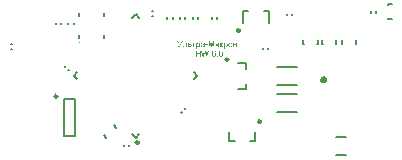
<source format=gto>
G04 Layer_Color=65535*
%FSLAX25Y25*%
%MOIN*%
G70*
G01*
G75*
%ADD13C,0.00984*%
%ADD65C,0.00394*%
%ADD66C,0.02362*%
%ADD67C,0.00787*%
G36*
X71960Y-14893D02*
X71979D01*
X72021Y-14897D01*
X72069Y-14902D01*
X72119Y-14910D01*
X72169Y-14921D01*
X72215Y-14936D01*
X72217D01*
X72219Y-14939D01*
X72226Y-14941D01*
X72234Y-14945D01*
X72254Y-14954D01*
X72280Y-14967D01*
X72309Y-14982D01*
X72337Y-15002D01*
X72363Y-15024D01*
X72387Y-15048D01*
X72389Y-15050D01*
X72396Y-15059D01*
X72407Y-15074D01*
X72418Y-15093D01*
X72431Y-15117D01*
X72444Y-15146D01*
X72457Y-15179D01*
X72465Y-15215D01*
Y-15218D01*
X72468Y-15229D01*
X72470Y-15244D01*
X72472Y-15268D01*
X72474Y-15298D01*
X72476Y-15338D01*
Y-15362D01*
X72479Y-15386D01*
Y-15412D01*
Y-15442D01*
Y-15771D01*
Y-15776D01*
Y-15787D01*
Y-15804D01*
Y-15826D01*
Y-15854D01*
Y-15885D01*
X72481Y-15920D01*
Y-15955D01*
X72483Y-16029D01*
Y-16066D01*
X72485Y-16101D01*
X72487Y-16133D01*
X72490Y-16162D01*
X72492Y-16188D01*
X72494Y-16207D01*
Y-16212D01*
X72496Y-16223D01*
X72500Y-16240D01*
X72507Y-16264D01*
X72516Y-16290D01*
X72527Y-16319D01*
X72540Y-16351D01*
X72555Y-16382D01*
X72298D01*
X72295Y-16377D01*
X72291Y-16369D01*
X72285Y-16351D01*
X72278Y-16330D01*
X72269Y-16303D01*
X72261Y-16273D01*
X72254Y-16238D01*
X72250Y-16199D01*
X72247Y-16201D01*
X72243Y-16203D01*
X72237Y-16210D01*
X72226Y-16218D01*
X72213Y-16227D01*
X72200Y-16240D01*
X72165Y-16264D01*
X72123Y-16293D01*
X72080Y-16321D01*
X72032Y-16345D01*
X71984Y-16367D01*
X71982D01*
X71977Y-16369D01*
X71971Y-16371D01*
X71962Y-16373D01*
X71951Y-16377D01*
X71936Y-16382D01*
X71903Y-16391D01*
X71862Y-16399D01*
X71816Y-16408D01*
X71766Y-16412D01*
X71711Y-16414D01*
X71687D01*
X71672Y-16412D01*
X71652Y-16410D01*
X71628Y-16408D01*
X71602Y-16406D01*
X71576Y-16399D01*
X71515Y-16386D01*
X71454Y-16367D01*
X71426Y-16353D01*
X71395Y-16336D01*
X71369Y-16319D01*
X71343Y-16299D01*
X71341Y-16297D01*
X71336Y-16293D01*
X71332Y-16286D01*
X71323Y-16277D01*
X71312Y-16266D01*
X71301Y-16251D01*
X71290Y-16236D01*
X71280Y-16216D01*
X71256Y-16175D01*
X71234Y-16122D01*
X71225Y-16094D01*
X71221Y-16064D01*
X71216Y-16031D01*
X71214Y-15998D01*
Y-15996D01*
Y-15994D01*
Y-15981D01*
X71216Y-15959D01*
X71221Y-15933D01*
X71225Y-15902D01*
X71234Y-15869D01*
X71247Y-15837D01*
X71262Y-15802D01*
X71264Y-15798D01*
X71271Y-15787D01*
X71282Y-15771D01*
X71297Y-15750D01*
X71315Y-15728D01*
X71336Y-15704D01*
X71360Y-15682D01*
X71389Y-15660D01*
X71393Y-15658D01*
X71404Y-15652D01*
X71419Y-15641D01*
X71441Y-15630D01*
X71467Y-15617D01*
X71498Y-15604D01*
X71532Y-15590D01*
X71567Y-15580D01*
X71572D01*
X71580Y-15575D01*
X71598Y-15573D01*
X71622Y-15566D01*
X71652Y-15562D01*
X71692Y-15556D01*
X71735Y-15549D01*
X71788Y-15542D01*
X71792D01*
X71801Y-15540D01*
X71816Y-15538D01*
X71836Y-15536D01*
X71862Y-15532D01*
X71890Y-15527D01*
X71921Y-15523D01*
X71955Y-15519D01*
X72027Y-15506D01*
X72099Y-15490D01*
X72134Y-15482D01*
X72169Y-15473D01*
X72200Y-15464D01*
X72228Y-15455D01*
Y-15453D01*
Y-15447D01*
Y-15438D01*
X72230Y-15429D01*
Y-15407D01*
Y-15399D01*
Y-15392D01*
Y-15390D01*
Y-15386D01*
Y-15377D01*
Y-15368D01*
X72226Y-15342D01*
X72221Y-15309D01*
X72213Y-15274D01*
X72200Y-15239D01*
X72182Y-15207D01*
X72158Y-15181D01*
X72154Y-15176D01*
X72149Y-15172D01*
X72141Y-15168D01*
X72130Y-15161D01*
X72119Y-15155D01*
X72088Y-15137D01*
X72049Y-15122D01*
X72001Y-15109D01*
X71944Y-15100D01*
X71879Y-15096D01*
X71851D01*
X71836Y-15098D01*
X71820D01*
X71781Y-15102D01*
X71740Y-15111D01*
X71698Y-15122D01*
X71657Y-15137D01*
X71622Y-15157D01*
X71618Y-15159D01*
X71609Y-15168D01*
X71593Y-15185D01*
X71576Y-15207D01*
X71557Y-15235D01*
X71535Y-15274D01*
X71517Y-15318D01*
X71509Y-15344D01*
X71500Y-15372D01*
X71258Y-15340D01*
Y-15338D01*
X71260Y-15333D01*
X71262Y-15325D01*
X71264Y-15314D01*
X71269Y-15301D01*
X71273Y-15285D01*
X71284Y-15250D01*
X71299Y-15211D01*
X71317Y-15170D01*
X71338Y-15128D01*
X71365Y-15091D01*
Y-15089D01*
X71369Y-15087D01*
X71380Y-15076D01*
X71397Y-15059D01*
X71421Y-15037D01*
X71452Y-15013D01*
X71489Y-14989D01*
X71532Y-14965D01*
X71583Y-14943D01*
X71585D01*
X71589Y-14941D01*
X71598Y-14939D01*
X71609Y-14934D01*
X71622Y-14930D01*
X71637Y-14926D01*
X71657Y-14921D01*
X71679Y-14917D01*
X71700Y-14912D01*
X71727Y-14908D01*
X71783Y-14899D01*
X71846Y-14893D01*
X71914Y-14891D01*
X71944D01*
X71960Y-14893D01*
D02*
G37*
G36*
X69499Y-15126D02*
X69030D01*
Y-16382D01*
X68783D01*
Y-15126D01*
X68315D01*
Y-14923D01*
X69499D01*
Y-15126D01*
D02*
G37*
G36*
X76897Y-19554D02*
X76616D01*
Y-19273D01*
X76897D01*
Y-19554D01*
D02*
G37*
G36*
X73435D02*
X73176D01*
X72755Y-18021D01*
Y-18019D01*
X72753Y-18013D01*
X72750Y-18004D01*
X72746Y-17991D01*
X72742Y-17976D01*
X72737Y-17958D01*
X72726Y-17919D01*
X72716Y-17880D01*
X72705Y-17840D01*
X72700Y-17823D01*
X72696Y-17808D01*
X72692Y-17795D01*
X72689Y-17786D01*
Y-17788D01*
X72687Y-17793D01*
Y-17799D01*
X72683Y-17810D01*
X72681Y-17821D01*
X72679Y-17836D01*
X72670Y-17867D01*
X72661Y-17904D01*
X72650Y-17945D01*
X72639Y-17984D01*
X72628Y-18021D01*
X72205Y-19554D01*
X71929D01*
X71399Y-17542D01*
X71674D01*
X71977Y-18863D01*
Y-18865D01*
X71979Y-18872D01*
X71981Y-18882D01*
X71985Y-18898D01*
X71990Y-18917D01*
X71994Y-18939D01*
X72000Y-18963D01*
X72007Y-18992D01*
X72014Y-19022D01*
X72020Y-19055D01*
X72033Y-19122D01*
X72048Y-19196D01*
X72062Y-19273D01*
Y-19268D01*
X72066Y-19260D01*
X72068Y-19242D01*
X72075Y-19223D01*
X72079Y-19196D01*
X72085Y-19168D01*
X72094Y-19138D01*
X72101Y-19107D01*
X72118Y-19042D01*
X72125Y-19011D01*
X72133Y-18981D01*
X72140Y-18954D01*
X72144Y-18933D01*
X72149Y-18915D01*
X72153Y-18902D01*
X72537Y-17542D01*
X72857D01*
X73143Y-18562D01*
X73145Y-18566D01*
X73147Y-18579D01*
X73154Y-18599D01*
X73160Y-18627D01*
X73169Y-18660D01*
X73180Y-18699D01*
X73191Y-18743D01*
X73204Y-18793D01*
X73217Y-18845D01*
X73230Y-18902D01*
X73243Y-18961D01*
X73256Y-19022D01*
X73280Y-19146D01*
X73302Y-19273D01*
Y-19271D01*
X73304Y-19264D01*
X73306Y-19253D01*
X73308Y-19240D01*
X73313Y-19220D01*
X73317Y-19199D01*
X73324Y-19175D01*
X73330Y-19146D01*
X73337Y-19116D01*
X73343Y-19083D01*
X73352Y-19046D01*
X73361Y-19009D01*
X73380Y-18926D01*
X73402Y-18837D01*
X73718Y-17542D01*
X73987D01*
X73435Y-19554D01*
D02*
G37*
G36*
X67225Y-15495D02*
X67567D01*
X67587Y-15497D01*
X67613Y-15499D01*
X67643Y-15501D01*
X67676Y-15506D01*
X67711Y-15510D01*
X67787Y-15523D01*
X67866Y-15545D01*
X67905Y-15558D01*
X67942Y-15575D01*
X67977Y-15593D01*
X68010Y-15615D01*
X68012Y-15617D01*
X68016Y-15619D01*
X68025Y-15628D01*
X68036Y-15636D01*
X68049Y-15647D01*
X68062Y-15662D01*
X68077Y-15680D01*
X68092Y-15699D01*
X68108Y-15721D01*
X68123Y-15745D01*
X68136Y-15774D01*
X68149Y-15802D01*
X68160Y-15833D01*
X68169Y-15867D01*
X68173Y-15902D01*
X68175Y-15942D01*
Y-15944D01*
Y-15950D01*
Y-15959D01*
X68173Y-15972D01*
X68171Y-15987D01*
X68169Y-16007D01*
X68164Y-16026D01*
X68158Y-16048D01*
X68140Y-16098D01*
X68129Y-16125D01*
X68116Y-16151D01*
X68101Y-16177D01*
X68082Y-16203D01*
X68060Y-16229D01*
X68036Y-16253D01*
X68034Y-16255D01*
X68029Y-16260D01*
X68020Y-16264D01*
X68010Y-16273D01*
X67994Y-16284D01*
X67977Y-16295D01*
X67955Y-16306D01*
X67929Y-16316D01*
X67901Y-16330D01*
X67868Y-16340D01*
X67831Y-16351D01*
X67792Y-16362D01*
X67748Y-16371D01*
X67702Y-16375D01*
X67650Y-16380D01*
X67595Y-16382D01*
X66979D01*
Y-14923D01*
X67225D01*
Y-15495D01*
D02*
G37*
G36*
X75665Y-17537D02*
X75685Y-17540D01*
X75709Y-17542D01*
X75735Y-17546D01*
X75763Y-17553D01*
X75826Y-17568D01*
X75857Y-17579D01*
X75892Y-17592D01*
X75924Y-17607D01*
X75955Y-17627D01*
X75985Y-17646D01*
X76016Y-17670D01*
X76018Y-17673D01*
X76023Y-17677D01*
X76031Y-17684D01*
X76040Y-17694D01*
X76053Y-17707D01*
X76066Y-17725D01*
X76082Y-17744D01*
X76097Y-17766D01*
X76112Y-17790D01*
X76127Y-17819D01*
X76143Y-17849D01*
X76158Y-17882D01*
X76171Y-17917D01*
X76182Y-17954D01*
X76193Y-17993D01*
X76199Y-18037D01*
X75953Y-18056D01*
Y-18054D01*
X75951Y-18050D01*
X75949Y-18043D01*
X75946Y-18032D01*
X75940Y-18006D01*
X75929Y-17976D01*
X75916Y-17941D01*
X75898Y-17906D01*
X75881Y-17873D01*
X75859Y-17845D01*
X75857Y-17843D01*
X75855Y-17840D01*
X75848Y-17834D01*
X75842Y-17827D01*
X75820Y-17810D01*
X75789Y-17790D01*
X75754Y-17771D01*
X75711Y-17755D01*
X75663Y-17742D01*
X75637Y-17740D01*
X75611Y-17738D01*
X75591D01*
X75567Y-17742D01*
X75539Y-17747D01*
X75506Y-17755D01*
X75471Y-17766D01*
X75436Y-17784D01*
X75401Y-17806D01*
X75399D01*
X75397Y-17810D01*
X75390Y-17814D01*
X75382Y-17821D01*
X75362Y-17840D01*
X75336Y-17869D01*
X75305Y-17904D01*
X75275Y-17947D01*
X75247Y-17997D01*
X75218Y-18054D01*
Y-18056D01*
X75216Y-18061D01*
X75212Y-18071D01*
X75207Y-18085D01*
X75203Y-18100D01*
X75196Y-18122D01*
X75190Y-18146D01*
X75183Y-18172D01*
X75177Y-18202D01*
X75172Y-18237D01*
X75166Y-18276D01*
X75159Y-18318D01*
X75155Y-18361D01*
X75153Y-18409D01*
X75151Y-18462D01*
X75148Y-18514D01*
X75148Y-18514D01*
Y-18516D01*
X75148Y-18514D01*
X75153Y-18510D01*
X75157Y-18503D01*
X75164Y-18494D01*
X75183Y-18470D01*
X75207Y-18440D01*
X75240Y-18407D01*
X75277Y-18374D01*
X75318Y-18344D01*
X75364Y-18316D01*
X75366D01*
X75371Y-18314D01*
X75377Y-18309D01*
X75386Y-18305D01*
X75399Y-18300D01*
X75412Y-18294D01*
X75447Y-18281D01*
X75489Y-18270D01*
X75534Y-18259D01*
X75584Y-18250D01*
X75637Y-18248D01*
X75648D01*
X75661Y-18250D01*
X75678D01*
X75700Y-18255D01*
X75724Y-18257D01*
X75752Y-18263D01*
X75783Y-18270D01*
X75813Y-18281D01*
X75848Y-18292D01*
X75883Y-18307D01*
X75918Y-18324D01*
X75955Y-18346D01*
X75990Y-18370D01*
X76025Y-18398D01*
X76057Y-18431D01*
X76060Y-18433D01*
X76064Y-18440D01*
X76073Y-18449D01*
X76086Y-18464D01*
X76099Y-18481D01*
X76112Y-18503D01*
X76129Y-18529D01*
X76145Y-18558D01*
X76160Y-18590D01*
X76177Y-18625D01*
X76191Y-18665D01*
X76206Y-18706D01*
X76217Y-18749D01*
X76225Y-18798D01*
X76230Y-18848D01*
X76232Y-18900D01*
Y-18902D01*
Y-18909D01*
Y-18917D01*
X76230Y-18933D01*
Y-18948D01*
X76227Y-18968D01*
X76225Y-18992D01*
X76221Y-19015D01*
X76212Y-19070D01*
X76197Y-19129D01*
X76177Y-19190D01*
X76149Y-19253D01*
Y-19255D01*
X76145Y-19260D01*
X76140Y-19268D01*
X76134Y-19279D01*
X76125Y-19292D01*
X76116Y-19308D01*
X76090Y-19345D01*
X76060Y-19384D01*
X76020Y-19425D01*
X75975Y-19467D01*
X75924Y-19502D01*
X75922D01*
X75918Y-19506D01*
X75909Y-19510D01*
X75898Y-19515D01*
X75885Y-19521D01*
X75870Y-19528D01*
X75850Y-19536D01*
X75831Y-19543D01*
X75783Y-19560D01*
X75726Y-19573D01*
X75665Y-19582D01*
X75600Y-19587D01*
X75587D01*
X75569Y-19584D01*
X75547Y-19582D01*
X75521Y-19580D01*
X75491Y-19573D01*
X75458Y-19567D01*
X75421Y-19558D01*
X75382Y-19545D01*
X75340Y-19532D01*
X75299Y-19512D01*
X75257Y-19491D01*
X75214Y-19465D01*
X75175Y-19434D01*
X75133Y-19399D01*
X75096Y-19360D01*
X75094Y-19358D01*
X75087Y-19349D01*
X75079Y-19336D01*
X75066Y-19316D01*
X75050Y-19292D01*
X75035Y-19262D01*
X75018Y-19225D01*
X75000Y-19181D01*
X74981Y-19133D01*
X74963Y-19079D01*
X74948Y-19018D01*
X74933Y-18950D01*
X74919Y-18876D01*
X74911Y-18795D01*
X74904Y-18708D01*
X74902Y-18614D01*
Y-18612D01*
Y-18608D01*
Y-18599D01*
Y-18588D01*
Y-18575D01*
X74904Y-18558D01*
Y-18540D01*
X74906Y-18518D01*
X74909Y-18470D01*
X74913Y-18416D01*
X74919Y-18355D01*
X74928Y-18290D01*
X74941Y-18220D01*
X74954Y-18150D01*
X74972Y-18080D01*
X74994Y-18011D01*
X75018Y-17943D01*
X75046Y-17877D01*
X75081Y-17819D01*
X75118Y-17766D01*
X75120Y-17764D01*
X75127Y-17755D01*
X75138Y-17744D01*
X75153Y-17729D01*
X75170Y-17712D01*
X75194Y-17692D01*
X75220Y-17673D01*
X75251Y-17651D01*
X75286Y-17629D01*
X75325Y-17609D01*
X75366Y-17590D01*
X75412Y-17572D01*
X75460Y-17557D01*
X75512Y-17546D01*
X75567Y-17537D01*
X75626Y-17535D01*
X75650D01*
X75665Y-17537D01*
D02*
G37*
G36*
X71137Y-19554D02*
X70871D01*
Y-18606D01*
X69827D01*
Y-19554D01*
X69561D01*
Y-17542D01*
X69827D01*
Y-18368D01*
X70871D01*
Y-17542D01*
X71137D01*
Y-19554D01*
D02*
G37*
G36*
X66610Y-16382D02*
X66364D01*
Y-15126D01*
X65710D01*
Y-15854D01*
Y-15856D01*
Y-15865D01*
Y-15878D01*
Y-15896D01*
Y-15915D01*
Y-15939D01*
X65707Y-15966D01*
Y-15992D01*
X65705Y-16048D01*
X65703Y-16103D01*
X65701Y-16129D01*
X65699Y-16153D01*
X65694Y-16173D01*
X65692Y-16190D01*
Y-16194D01*
X65688Y-16203D01*
X65684Y-16218D01*
X65675Y-16238D01*
X65662Y-16260D01*
X65646Y-16284D01*
X65627Y-16308D01*
X65601Y-16332D01*
X65596Y-16334D01*
X65588Y-16340D01*
X65570Y-16351D01*
X65548Y-16360D01*
X65518Y-16371D01*
X65481Y-16382D01*
X65439Y-16388D01*
X65389Y-16391D01*
X65357D01*
X65333Y-16388D01*
X65302D01*
X65269Y-16386D01*
X65232Y-16384D01*
X65191Y-16380D01*
Y-16175D01*
X65324D01*
X65339Y-16173D01*
X65376Y-16168D01*
X65394Y-16164D01*
X65407Y-16160D01*
X65409D01*
X65411Y-16157D01*
X65424Y-16146D01*
X65439Y-16131D01*
X65450Y-16109D01*
Y-16107D01*
X65452Y-16101D01*
X65455Y-16087D01*
Y-16079D01*
X65457Y-16068D01*
X65459Y-16055D01*
Y-16040D01*
X65461Y-16022D01*
Y-16000D01*
Y-15976D01*
X65463Y-15950D01*
Y-15920D01*
Y-15887D01*
Y-14923D01*
X66610D01*
Y-16382D01*
D02*
G37*
G36*
X81118Y-14893D02*
X81140D01*
X81166Y-14897D01*
X81194Y-14902D01*
X81227Y-14908D01*
X81264Y-14915D01*
X81301Y-14926D01*
X81343Y-14939D01*
X81382Y-14956D01*
X81423Y-14974D01*
X81465Y-14998D01*
X81504Y-15024D01*
X81543Y-15054D01*
X81580Y-15089D01*
X81582Y-15091D01*
X81589Y-15098D01*
X81598Y-15109D01*
X81611Y-15126D01*
X81624Y-15146D01*
X81641Y-15170D01*
X81659Y-15198D01*
X81676Y-15231D01*
X81694Y-15268D01*
X81711Y-15309D01*
X81728Y-15353D01*
X81741Y-15401D01*
X81754Y-15453D01*
X81763Y-15510D01*
X81770Y-15571D01*
X81772Y-15634D01*
Y-15636D01*
Y-15647D01*
Y-15660D01*
X81770Y-15680D01*
Y-15704D01*
X81768Y-15732D01*
X81765Y-15763D01*
X81761Y-15795D01*
X81752Y-15865D01*
X81737Y-15939D01*
X81715Y-16011D01*
X81702Y-16044D01*
X81687Y-16077D01*
Y-16079D01*
X81683Y-16083D01*
X81678Y-16092D01*
X81672Y-16103D01*
X81663Y-16116D01*
X81652Y-16133D01*
X81624Y-16168D01*
X81589Y-16210D01*
X81547Y-16251D01*
X81497Y-16290D01*
X81441Y-16327D01*
X81438D01*
X81434Y-16332D01*
X81425Y-16336D01*
X81412Y-16340D01*
X81397Y-16347D01*
X81379Y-16356D01*
X81360Y-16362D01*
X81336Y-16371D01*
X81312Y-16380D01*
X81284Y-16386D01*
X81225Y-16401D01*
X81159Y-16410D01*
X81090Y-16414D01*
X81077D01*
X81061Y-16412D01*
X81040D01*
X81013Y-16408D01*
X80983Y-16404D01*
X80950Y-16397D01*
X80913Y-16391D01*
X80874Y-16380D01*
X80835Y-16367D01*
X80793Y-16351D01*
X80752Y-16332D01*
X80710Y-16310D01*
X80671Y-16284D01*
X80632Y-16253D01*
X80595Y-16218D01*
X80593Y-16216D01*
X80586Y-16210D01*
X80577Y-16199D01*
X80566Y-16181D01*
X80551Y-16162D01*
X80536Y-16138D01*
X80518Y-16107D01*
X80501Y-16074D01*
X80484Y-16035D01*
X80466Y-15994D01*
X80451Y-15948D01*
X80436Y-15898D01*
X80425Y-15843D01*
X80416Y-15785D01*
X80409Y-15721D01*
X80407Y-15654D01*
Y-15652D01*
Y-15649D01*
Y-15636D01*
X80409Y-15615D01*
X80412Y-15588D01*
X80414Y-15553D01*
X80418Y-15514D01*
X80427Y-15473D01*
X80436Y-15427D01*
X80446Y-15379D01*
X80462Y-15329D01*
X80481Y-15279D01*
X80501Y-15229D01*
X80527Y-15181D01*
X80558Y-15135D01*
X80593Y-15093D01*
X80632Y-15054D01*
X80634Y-15052D01*
X80641Y-15048D01*
X80651Y-15039D01*
X80664Y-15028D01*
X80684Y-15017D01*
X80706Y-15002D01*
X80730Y-14987D01*
X80760Y-14971D01*
X80791Y-14956D01*
X80826Y-14943D01*
X80863Y-14928D01*
X80904Y-14917D01*
X80948Y-14906D01*
X80992Y-14897D01*
X81040Y-14893D01*
X81090Y-14891D01*
X81103D01*
X81118Y-14893D01*
D02*
G37*
G36*
X78718Y-15128D02*
X78648Y-15126D01*
X78633D01*
X78615Y-15128D01*
X78596Y-15131D01*
X78574Y-15133D01*
X78554Y-15139D01*
X78537Y-15146D01*
X78524Y-15157D01*
X78522Y-15159D01*
X78517Y-15163D01*
X78511Y-15174D01*
X78502Y-15189D01*
X78489Y-15213D01*
X78482Y-15229D01*
X78474Y-15244D01*
X78465Y-15263D01*
X78456Y-15285D01*
X78445Y-15309D01*
X78434Y-15335D01*
Y-15338D01*
X78432Y-15342D01*
X78428Y-15349D01*
X78426Y-15359D01*
X78415Y-15383D01*
X78399Y-15414D01*
X78384Y-15447D01*
X78367Y-15479D01*
X78347Y-15510D01*
X78330Y-15534D01*
X78328Y-15536D01*
X78321Y-15542D01*
X78310Y-15553D01*
X78295Y-15566D01*
X78275Y-15582D01*
X78251Y-15599D01*
X78221Y-15617D01*
X78188Y-15634D01*
X78190D01*
X78195Y-15636D01*
X78203Y-15641D01*
X78216Y-15645D01*
X78229Y-15652D01*
X78247Y-15660D01*
X78267Y-15673D01*
X78286Y-15686D01*
X78310Y-15704D01*
X78334Y-15726D01*
X78360Y-15750D01*
X78386Y-15778D01*
X78415Y-15809D01*
X78443Y-15846D01*
X78471Y-15885D01*
X78500Y-15931D01*
X78772Y-16382D01*
X78500D01*
X78234Y-15933D01*
Y-15931D01*
X78229Y-15926D01*
X78225Y-15920D01*
X78221Y-15911D01*
X78206Y-15887D01*
X78186Y-15859D01*
X78164Y-15828D01*
X78140Y-15798D01*
X78116Y-15771D01*
X78103Y-15761D01*
X78092Y-15752D01*
X78090Y-15750D01*
X78081Y-15745D01*
X78068Y-15739D01*
X78053Y-15730D01*
X78031Y-15721D01*
X78007Y-15715D01*
X77981Y-15710D01*
X77950Y-15708D01*
Y-16382D01*
X77704D01*
Y-14923D01*
X77950D01*
Y-15553D01*
X77970D01*
X77990Y-15551D01*
X78016Y-15547D01*
X78042Y-15542D01*
X78068Y-15536D01*
X78094Y-15525D01*
X78114Y-15510D01*
X78116Y-15508D01*
X78123Y-15499D01*
X78127Y-15492D01*
X78133Y-15484D01*
X78140Y-15473D01*
X78149Y-15460D01*
X78160Y-15444D01*
X78168Y-15425D01*
X78181Y-15403D01*
X78192Y-15379D01*
X78208Y-15351D01*
X78221Y-15320D01*
X78236Y-15285D01*
X78253Y-15246D01*
Y-15244D01*
X78258Y-15237D01*
X78260Y-15229D01*
X78267Y-15218D01*
X78273Y-15205D01*
X78280Y-15187D01*
X78297Y-15152D01*
X78315Y-15113D01*
X78336Y-15076D01*
X78356Y-15043D01*
X78365Y-15028D01*
X78373Y-15017D01*
X78376Y-15015D01*
X78382Y-15008D01*
X78391Y-15000D01*
X78404Y-14987D01*
X78419Y-14976D01*
X78436Y-14963D01*
X78456Y-14952D01*
X78478Y-14943D01*
X78480D01*
X78489Y-14941D01*
X78504Y-14936D01*
X78524Y-14932D01*
X78550Y-14930D01*
X78583Y-14926D01*
X78622Y-14923D01*
X78718D01*
Y-15128D01*
D02*
G37*
G36*
X64393Y-15937D02*
X64391Y-15939D01*
X64386Y-15950D01*
X64380Y-15966D01*
X64369Y-15985D01*
X64358Y-16007D01*
X64345Y-16035D01*
X64328Y-16064D01*
X64312Y-16094D01*
X64275Y-16160D01*
X64236Y-16223D01*
X64216Y-16251D01*
X64199Y-16277D01*
X64179Y-16301D01*
X64162Y-16321D01*
X64158Y-16325D01*
X64144Y-16334D01*
X64125Y-16349D01*
X64096Y-16364D01*
X64060Y-16382D01*
X64016Y-16397D01*
X63964Y-16406D01*
X63902Y-16410D01*
X63885D01*
X63863Y-16408D01*
X63833Y-16404D01*
X63796Y-16399D01*
X63754Y-16391D01*
X63704Y-16380D01*
X63652Y-16364D01*
Y-16138D01*
X63654D01*
X63656Y-16140D01*
X63663Y-16142D01*
X63671Y-16146D01*
X63691Y-16157D01*
X63719Y-16166D01*
X63754Y-16177D01*
X63791Y-16188D01*
X63833Y-16194D01*
X63876Y-16196D01*
X63894D01*
X63911Y-16192D01*
X63935Y-16188D01*
X63961Y-16181D01*
X63990Y-16170D01*
X64018Y-16155D01*
X64044Y-16136D01*
X64049Y-16133D01*
X64057Y-16122D01*
X64064Y-16114D01*
X64073Y-16103D01*
X64081Y-16092D01*
X64090Y-16077D01*
X64103Y-16059D01*
X64114Y-16037D01*
X64127Y-16016D01*
X64140Y-15987D01*
X64155Y-15959D01*
X64171Y-15926D01*
X64186Y-15889D01*
X64201Y-15850D01*
X63386Y-14370D01*
X63654D01*
X64310Y-15606D01*
X64886Y-14370D01*
X65149D01*
X64393Y-15937D01*
D02*
G37*
G36*
X83241Y-16382D02*
X82995D01*
Y-15734D01*
X82310D01*
Y-16382D01*
X82064D01*
Y-14923D01*
X82310D01*
Y-15532D01*
X82995D01*
Y-14923D01*
X83241D01*
Y-16382D01*
D02*
G37*
G36*
X79612Y-14893D02*
X79629D01*
X79649Y-14895D01*
X79668Y-14899D01*
X79692Y-14904D01*
X79745Y-14915D01*
X79799Y-14932D01*
X79856Y-14956D01*
X79884Y-14971D01*
X79910Y-14989D01*
X79912D01*
X79917Y-14993D01*
X79923Y-15000D01*
X79934Y-15006D01*
X79960Y-15028D01*
X79991Y-15059D01*
X80026Y-15098D01*
X80063Y-15144D01*
X80095Y-15198D01*
X80126Y-15259D01*
Y-15261D01*
X80128Y-15268D01*
X80133Y-15277D01*
X80137Y-15290D01*
X80143Y-15305D01*
X80150Y-15325D01*
X80157Y-15349D01*
X80163Y-15372D01*
X80170Y-15401D01*
X80176Y-15429D01*
X80189Y-15495D01*
X80198Y-15566D01*
X80200Y-15643D01*
Y-15645D01*
Y-15654D01*
Y-15665D01*
X80198Y-15680D01*
Y-15699D01*
X80196Y-15723D01*
X80194Y-15750D01*
X80189Y-15778D01*
X80181Y-15839D01*
X80165Y-15907D01*
X80146Y-15976D01*
X80120Y-16046D01*
Y-16048D01*
X80115Y-16055D01*
X80111Y-16064D01*
X80104Y-16074D01*
X80095Y-16090D01*
X80087Y-16107D01*
X80061Y-16146D01*
X80028Y-16192D01*
X79987Y-16238D01*
X79941Y-16282D01*
X79886Y-16321D01*
X79884D01*
X79880Y-16325D01*
X79871Y-16330D01*
X79860Y-16336D01*
X79845Y-16343D01*
X79830Y-16351D01*
X79810Y-16358D01*
X79788Y-16367D01*
X79740Y-16384D01*
X79686Y-16399D01*
X79627Y-16410D01*
X79596Y-16412D01*
X79564Y-16414D01*
X79542D01*
X79520Y-16412D01*
X79489Y-16408D01*
X79455Y-16401D01*
X79418Y-16393D01*
X79378Y-16382D01*
X79341Y-16364D01*
X79337Y-16362D01*
X79326Y-16356D01*
X79306Y-16343D01*
X79285Y-16327D01*
X79258Y-16310D01*
X79232Y-16286D01*
X79206Y-16260D01*
X79182Y-16231D01*
Y-16940D01*
X78936D01*
Y-14923D01*
X79160D01*
Y-15113D01*
X79165Y-15111D01*
X79173Y-15098D01*
X79191Y-15076D01*
X79213Y-15052D01*
X79239Y-15026D01*
X79269Y-14998D01*
X79302Y-14971D01*
X79339Y-14947D01*
X79341D01*
X79343Y-14945D01*
X79356Y-14939D01*
X79378Y-14930D01*
X79407Y-14919D01*
X79441Y-14908D01*
X79483Y-14899D01*
X79531Y-14893D01*
X79581Y-14891D01*
X79598D01*
X79612Y-14893D01*
D02*
G37*
G36*
X70410D02*
X70427D01*
X70447Y-14895D01*
X70467Y-14899D01*
X70490Y-14904D01*
X70543Y-14915D01*
X70597Y-14932D01*
X70654Y-14956D01*
X70682Y-14971D01*
X70709Y-14989D01*
X70711D01*
X70715Y-14993D01*
X70722Y-15000D01*
X70732Y-15006D01*
X70759Y-15028D01*
X70789Y-15059D01*
X70824Y-15098D01*
X70861Y-15144D01*
X70894Y-15198D01*
X70924Y-15259D01*
Y-15261D01*
X70926Y-15268D01*
X70931Y-15277D01*
X70935Y-15290D01*
X70942Y-15305D01*
X70948Y-15325D01*
X70955Y-15349D01*
X70961Y-15372D01*
X70968Y-15401D01*
X70974Y-15429D01*
X70987Y-15495D01*
X70996Y-15566D01*
X70998Y-15643D01*
Y-15645D01*
Y-15654D01*
Y-15665D01*
X70996Y-15680D01*
Y-15699D01*
X70994Y-15723D01*
X70992Y-15750D01*
X70987Y-15778D01*
X70979Y-15839D01*
X70964Y-15907D01*
X70944Y-15976D01*
X70918Y-16046D01*
Y-16048D01*
X70913Y-16055D01*
X70909Y-16064D01*
X70903Y-16074D01*
X70894Y-16090D01*
X70885Y-16107D01*
X70859Y-16146D01*
X70826Y-16192D01*
X70785Y-16238D01*
X70739Y-16282D01*
X70684Y-16321D01*
X70682D01*
X70678Y-16325D01*
X70669Y-16330D01*
X70658Y-16336D01*
X70643Y-16343D01*
X70628Y-16351D01*
X70608Y-16358D01*
X70586Y-16367D01*
X70538Y-16384D01*
X70484Y-16399D01*
X70425Y-16410D01*
X70394Y-16412D01*
X70362Y-16414D01*
X70340D01*
X70318Y-16412D01*
X70288Y-16408D01*
X70253Y-16401D01*
X70216Y-16393D01*
X70177Y-16382D01*
X70139Y-16364D01*
X70135Y-16362D01*
X70124Y-16356D01*
X70105Y-16343D01*
X70083Y-16327D01*
X70057Y-16310D01*
X70030Y-16286D01*
X70004Y-16260D01*
X69980Y-16231D01*
Y-16940D01*
X69734D01*
Y-14923D01*
X69959D01*
Y-15113D01*
X69963Y-15111D01*
X69972Y-15098D01*
X69989Y-15076D01*
X70011Y-15052D01*
X70037Y-15026D01*
X70068Y-14998D01*
X70100Y-14971D01*
X70137Y-14947D01*
X70139D01*
X70142Y-14945D01*
X70155Y-14939D01*
X70177Y-14930D01*
X70205Y-14919D01*
X70240Y-14908D01*
X70281Y-14899D01*
X70329Y-14893D01*
X70379Y-14891D01*
X70397D01*
X70410Y-14893D01*
D02*
G37*
G36*
X73523Y-15778D02*
X72762D01*
Y-15529D01*
X73523D01*
Y-15778D01*
D02*
G37*
G36*
X77954Y-17537D02*
X77969Y-17540D01*
X78009Y-17544D01*
X78052Y-17550D01*
X78100Y-17564D01*
X78148Y-17579D01*
X78196Y-17601D01*
X78198D01*
X78203Y-17603D01*
X78209Y-17607D01*
X78218Y-17614D01*
X78240Y-17627D01*
X78268Y-17649D01*
X78301Y-17675D01*
X78333Y-17707D01*
X78368Y-17747D01*
X78399Y-17790D01*
Y-17793D01*
X78403Y-17797D01*
X78405Y-17803D01*
X78412Y-17812D01*
X78418Y-17823D01*
X78427Y-17838D01*
X78434Y-17856D01*
X78445Y-17873D01*
X78464Y-17917D01*
X78484Y-17967D01*
X78506Y-18026D01*
X78523Y-18089D01*
Y-18091D01*
X78525Y-18098D01*
X78527Y-18106D01*
X78530Y-18122D01*
X78534Y-18139D01*
X78538Y-18161D01*
X78543Y-18185D01*
X78547Y-18213D01*
X78549Y-18246D01*
X78554Y-18281D01*
X78558Y-18320D01*
X78562Y-18361D01*
X78565Y-18407D01*
X78567Y-18455D01*
X78569Y-18507D01*
Y-18562D01*
Y-18566D01*
Y-18577D01*
Y-18597D01*
Y-18621D01*
X78567Y-18651D01*
X78565Y-18684D01*
X78562Y-18723D01*
X78560Y-18765D01*
X78556Y-18811D01*
X78551Y-18856D01*
X78538Y-18952D01*
X78519Y-19046D01*
X78508Y-19092D01*
X78495Y-19133D01*
Y-19135D01*
X78490Y-19142D01*
X78488Y-19155D01*
X78482Y-19168D01*
X78473Y-19188D01*
X78464Y-19207D01*
X78453Y-19231D01*
X78440Y-19257D01*
X78410Y-19312D01*
X78373Y-19366D01*
X78329Y-19421D01*
X78303Y-19445D01*
X78277Y-19469D01*
X78275Y-19471D01*
X78270Y-19473D01*
X78262Y-19480D01*
X78251Y-19486D01*
X78237Y-19495D01*
X78220Y-19506D01*
X78200Y-19517D01*
X78176Y-19528D01*
X78153Y-19539D01*
X78124Y-19549D01*
X78096Y-19558D01*
X78063Y-19569D01*
X78028Y-19576D01*
X77991Y-19582D01*
X77954Y-19584D01*
X77913Y-19587D01*
X77900D01*
X77884Y-19584D01*
X77865Y-19582D01*
X77841Y-19580D01*
X77812Y-19576D01*
X77782Y-19569D01*
X77747Y-19560D01*
X77712Y-19549D01*
X77675Y-19536D01*
X77636Y-19519D01*
X77599Y-19499D01*
X77562Y-19475D01*
X77525Y-19447D01*
X77490Y-19417D01*
X77457Y-19379D01*
X77455Y-19377D01*
X77448Y-19369D01*
X77440Y-19353D01*
X77426Y-19331D01*
X77411Y-19303D01*
X77394Y-19271D01*
X77376Y-19229D01*
X77359Y-19183D01*
X77339Y-19129D01*
X77322Y-19070D01*
X77304Y-19002D01*
X77289Y-18928D01*
X77276Y-18848D01*
X77267Y-18760D01*
X77261Y-18665D01*
X77259Y-18562D01*
Y-18558D01*
Y-18547D01*
Y-18527D01*
X77261Y-18503D01*
Y-18473D01*
X77263Y-18438D01*
X77265Y-18398D01*
X77267Y-18357D01*
X77272Y-18311D01*
X77276Y-18266D01*
X77289Y-18170D01*
X77307Y-18076D01*
X77318Y-18030D01*
X77331Y-17989D01*
Y-17987D01*
X77335Y-17980D01*
X77339Y-17967D01*
X77344Y-17952D01*
X77352Y-17934D01*
X77361Y-17912D01*
X77372Y-17891D01*
X77385Y-17864D01*
X77416Y-17810D01*
X77455Y-17755D01*
X77499Y-17701D01*
X77522Y-17677D01*
X77549Y-17653D01*
X77551Y-17651D01*
X77555Y-17649D01*
X77564Y-17642D01*
X77575Y-17636D01*
X77588Y-17625D01*
X77605Y-17616D01*
X77625Y-17605D01*
X77649Y-17594D01*
X77673Y-17583D01*
X77701Y-17572D01*
X77732Y-17561D01*
X77762Y-17553D01*
X77797Y-17546D01*
X77834Y-17540D01*
X77873Y-17537D01*
X77913Y-17535D01*
X77939D01*
X77954Y-17537D01*
D02*
G37*
G36*
X75740Y-16382D02*
X75483D01*
Y-14697D01*
X74894Y-16382D01*
X74654D01*
X74074Y-14668D01*
Y-16382D01*
X73817D01*
Y-14370D01*
X74216D01*
X74694Y-15795D01*
Y-15798D01*
X74696Y-15804D01*
X74700Y-15815D01*
X74704Y-15828D01*
X74709Y-15843D01*
X74715Y-15863D01*
X74731Y-15907D01*
X74746Y-15955D01*
X74761Y-16005D01*
X74776Y-16050D01*
X74783Y-16072D01*
X74789Y-16092D01*
Y-16090D01*
X74792Y-16087D01*
X74794Y-16081D01*
X74796Y-16072D01*
X74800Y-16059D01*
X74805Y-16046D01*
X74809Y-16029D01*
X74816Y-16011D01*
X74822Y-15989D01*
X74831Y-15966D01*
X74840Y-15939D01*
X74848Y-15909D01*
X74859Y-15878D01*
X74870Y-15843D01*
X74883Y-15809D01*
X74896Y-15769D01*
X75380Y-14370D01*
X75740D01*
Y-16382D01*
D02*
G37*
G36*
X77333D02*
X77087D01*
Y-15277D01*
X76400Y-16382D01*
X76137D01*
Y-14923D01*
X76383D01*
Y-16037D01*
X77070Y-14923D01*
X77333D01*
Y-16382D01*
D02*
G37*
%LPC*%
G36*
X72230Y-15649D02*
X72228D01*
X72224Y-15652D01*
X72215Y-15654D01*
X72204Y-15658D01*
X72191Y-15665D01*
X72173Y-15669D01*
X72152Y-15676D01*
X72130Y-15682D01*
X72101Y-15689D01*
X72071Y-15697D01*
X72038Y-15704D01*
X72001Y-15713D01*
X71962Y-15721D01*
X71921Y-15728D01*
X71875Y-15737D01*
X71825Y-15743D01*
X71818D01*
X71809Y-15745D01*
X71801Y-15747D01*
X71772Y-15752D01*
X71740Y-15758D01*
X71705Y-15765D01*
X71670Y-15774D01*
X71637Y-15782D01*
X71609Y-15793D01*
X71607Y-15795D01*
X71598Y-15798D01*
X71587Y-15804D01*
X71574Y-15813D01*
X71557Y-15826D01*
X71541Y-15839D01*
X71526Y-15854D01*
X71511Y-15874D01*
X71509Y-15876D01*
X71506Y-15883D01*
X71500Y-15893D01*
X71495Y-15909D01*
X71489Y-15926D01*
X71482Y-15946D01*
X71480Y-15968D01*
X71478Y-15992D01*
Y-15996D01*
X71480Y-16007D01*
X71482Y-16026D01*
X71487Y-16048D01*
X71495Y-16074D01*
X71509Y-16103D01*
X71528Y-16129D01*
X71552Y-16155D01*
X71557Y-16157D01*
X71565Y-16166D01*
X71583Y-16175D01*
X71607Y-16188D01*
X71637Y-16199D01*
X71676Y-16210D01*
X71720Y-16218D01*
X71770Y-16220D01*
X71794D01*
X71807Y-16218D01*
X71822Y-16216D01*
X71855Y-16212D01*
X71897Y-16205D01*
X71938Y-16194D01*
X71982Y-16179D01*
X72025Y-16160D01*
X72027D01*
X72030Y-16157D01*
X72043Y-16149D01*
X72062Y-16133D01*
X72088Y-16114D01*
X72114Y-16090D01*
X72141Y-16059D01*
X72167Y-16026D01*
X72189Y-15987D01*
X72191Y-15983D01*
X72195Y-15972D01*
X72202Y-15952D01*
X72208Y-15926D01*
X72215Y-15891D01*
X72221Y-15848D01*
X72226Y-15798D01*
X72228Y-15741D01*
X72230Y-15649D01*
D02*
G37*
G36*
X67563Y-15697D02*
X67225D01*
Y-16179D01*
X67523D01*
X67541Y-16177D01*
X67565D01*
X67589Y-16175D01*
X67615Y-16173D01*
X67669Y-16166D01*
X67726Y-16155D01*
X67776Y-16142D01*
X67800Y-16133D01*
X67820Y-16122D01*
X67822D01*
X67824Y-16120D01*
X67835Y-16112D01*
X67853Y-16096D01*
X67872Y-16077D01*
X67890Y-16053D01*
X67907Y-16022D01*
X67918Y-15985D01*
X67922Y-15963D01*
Y-15942D01*
Y-15939D01*
Y-15937D01*
X67920Y-15926D01*
X67918Y-15909D01*
X67914Y-15885D01*
X67903Y-15859D01*
X67890Y-15830D01*
X67872Y-15802D01*
X67846Y-15774D01*
X67842Y-15769D01*
X67837Y-15767D01*
X67831Y-15761D01*
X67822Y-15756D01*
X67809Y-15750D01*
X67794Y-15743D01*
X67776Y-15734D01*
X67757Y-15728D01*
X67733Y-15721D01*
X67707Y-15715D01*
X67676Y-15708D01*
X67641Y-15704D01*
X67604Y-15699D01*
X67563Y-15697D01*
D02*
G37*
G36*
X75587Y-18466D02*
X75571D01*
X75558Y-18468D01*
X75545Y-18470D01*
X75528Y-18473D01*
X75489Y-18481D01*
X75443Y-18497D01*
X75395Y-18518D01*
X75371Y-18531D01*
X75347Y-18547D01*
X75323Y-18566D01*
X75301Y-18588D01*
X75299Y-18590D01*
X75297Y-18595D01*
X75290Y-18601D01*
X75284Y-18610D01*
X75275Y-18621D01*
X75264Y-18636D01*
X75253Y-18654D01*
X75244Y-18673D01*
X75233Y-18693D01*
X75222Y-18717D01*
X75203Y-18771D01*
X75190Y-18832D01*
X75188Y-18867D01*
X75186Y-18902D01*
Y-18904D01*
Y-18909D01*
Y-18915D01*
Y-18924D01*
X75188Y-18935D01*
Y-18948D01*
X75192Y-18981D01*
X75199Y-19018D01*
X75207Y-19059D01*
X75220Y-19103D01*
X75238Y-19146D01*
Y-19148D01*
X75240Y-19151D01*
X75244Y-19157D01*
X75249Y-19166D01*
X75260Y-19185D01*
X75277Y-19212D01*
X75299Y-19240D01*
X75325Y-19268D01*
X75353Y-19297D01*
X75388Y-19323D01*
X75390D01*
X75393Y-19325D01*
X75406Y-19331D01*
X75425Y-19342D01*
X75451Y-19353D01*
X75482Y-19364D01*
X75517Y-19375D01*
X75556Y-19382D01*
X75595Y-19384D01*
X75611D01*
X75621Y-19382D01*
X75637Y-19379D01*
X75652Y-19377D01*
X75689Y-19369D01*
X75731Y-19353D01*
X75754Y-19342D01*
X75776Y-19331D01*
X75800Y-19316D01*
X75822Y-19301D01*
X75844Y-19281D01*
X75866Y-19260D01*
X75868Y-19257D01*
X75870Y-19253D01*
X75876Y-19247D01*
X75883Y-19236D01*
X75892Y-19223D01*
X75901Y-19207D01*
X75911Y-19190D01*
X75922Y-19168D01*
X75933Y-19146D01*
X75944Y-19120D01*
X75953Y-19092D01*
X75962Y-19061D01*
X75968Y-19028D01*
X75975Y-18992D01*
X75977Y-18954D01*
X75979Y-18915D01*
Y-18913D01*
Y-18906D01*
Y-18896D01*
X75977Y-18880D01*
X75975Y-18863D01*
X75972Y-18843D01*
X75970Y-18821D01*
X75966Y-18798D01*
X75953Y-18745D01*
X75933Y-18691D01*
X75920Y-18662D01*
X75905Y-18636D01*
X75887Y-18612D01*
X75868Y-18588D01*
X75866Y-18586D01*
X75863Y-18584D01*
X75857Y-18577D01*
X75848Y-18568D01*
X75837Y-18560D01*
X75824Y-18549D01*
X75792Y-18527D01*
X75750Y-18505D01*
X75702Y-18486D01*
X75648Y-18470D01*
X75617Y-18468D01*
X75587Y-18466D01*
D02*
G37*
G36*
X81090Y-15096D02*
X81072D01*
X81059Y-15098D01*
X81044Y-15100D01*
X81024Y-15102D01*
X80983Y-15113D01*
X80933Y-15131D01*
X80909Y-15141D01*
X80883Y-15155D01*
X80856Y-15170D01*
X80830Y-15189D01*
X80806Y-15211D01*
X80782Y-15235D01*
X80780Y-15237D01*
X80778Y-15242D01*
X80771Y-15250D01*
X80763Y-15261D01*
X80754Y-15277D01*
X80743Y-15294D01*
X80732Y-15316D01*
X80721Y-15340D01*
X80710Y-15368D01*
X80699Y-15399D01*
X80689Y-15434D01*
X80680Y-15471D01*
X80671Y-15512D01*
X80664Y-15556D01*
X80662Y-15604D01*
X80660Y-15654D01*
Y-15656D01*
Y-15667D01*
Y-15680D01*
X80662Y-15699D01*
X80664Y-15723D01*
X80667Y-15750D01*
X80671Y-15780D01*
X80675Y-15811D01*
X80691Y-15880D01*
X80712Y-15950D01*
X80726Y-15983D01*
X80743Y-16016D01*
X80760Y-16046D01*
X80782Y-16074D01*
X80784Y-16077D01*
X80789Y-16081D01*
X80795Y-16087D01*
X80804Y-16096D01*
X80817Y-16107D01*
X80830Y-16118D01*
X80848Y-16131D01*
X80867Y-16142D01*
X80911Y-16168D01*
X80963Y-16190D01*
X80992Y-16199D01*
X81024Y-16205D01*
X81055Y-16210D01*
X81090Y-16212D01*
X81107D01*
X81120Y-16210D01*
X81135Y-16207D01*
X81155Y-16205D01*
X81196Y-16194D01*
X81244Y-16177D01*
X81271Y-16166D01*
X81297Y-16153D01*
X81321Y-16138D01*
X81347Y-16118D01*
X81371Y-16096D01*
X81395Y-16072D01*
X81397Y-16070D01*
X81399Y-16066D01*
X81406Y-16057D01*
X81414Y-16046D01*
X81423Y-16031D01*
X81434Y-16013D01*
X81445Y-15992D01*
X81458Y-15966D01*
X81469Y-15939D01*
X81480Y-15907D01*
X81491Y-15872D01*
X81499Y-15833D01*
X81508Y-15791D01*
X81515Y-15745D01*
X81517Y-15697D01*
X81519Y-15645D01*
Y-15643D01*
Y-15634D01*
Y-15619D01*
X81517Y-15601D01*
X81515Y-15577D01*
X81512Y-15551D01*
X81508Y-15523D01*
X81504Y-15492D01*
X81489Y-15427D01*
X81480Y-15392D01*
X81467Y-15357D01*
X81451Y-15325D01*
X81436Y-15292D01*
X81417Y-15263D01*
X81395Y-15235D01*
X81393Y-15233D01*
X81388Y-15229D01*
X81382Y-15222D01*
X81373Y-15213D01*
X81360Y-15202D01*
X81347Y-15192D01*
X81329Y-15179D01*
X81312Y-15165D01*
X81266Y-15139D01*
X81214Y-15117D01*
X81186Y-15109D01*
X81155Y-15102D01*
X81122Y-15098D01*
X81090Y-15096D01*
D02*
G37*
G36*
X79557Y-15085D02*
X79542D01*
X79531Y-15087D01*
X79518Y-15089D01*
X79500Y-15093D01*
X79463Y-15102D01*
X79420Y-15122D01*
X79398Y-15133D01*
X79374Y-15148D01*
X79350Y-15163D01*
X79326Y-15185D01*
X79302Y-15207D01*
X79278Y-15233D01*
X79276Y-15235D01*
X79274Y-15239D01*
X79267Y-15248D01*
X79258Y-15261D01*
X79250Y-15277D01*
X79241Y-15294D01*
X79230Y-15316D01*
X79219Y-15342D01*
X79206Y-15370D01*
X79195Y-15403D01*
X79186Y-15438D01*
X79178Y-15477D01*
X79169Y-15519D01*
X79163Y-15562D01*
X79160Y-15610D01*
X79158Y-15662D01*
Y-15665D01*
Y-15676D01*
Y-15689D01*
X79160Y-15708D01*
X79163Y-15732D01*
X79165Y-15758D01*
X79167Y-15789D01*
X79173Y-15819D01*
X79186Y-15887D01*
X79206Y-15957D01*
X79219Y-15989D01*
X79234Y-16022D01*
X79252Y-16053D01*
X79272Y-16079D01*
X79274Y-16081D01*
X79276Y-16085D01*
X79282Y-16092D01*
X79291Y-16098D01*
X79302Y-16109D01*
X79315Y-16120D01*
X79348Y-16144D01*
X79389Y-16170D01*
X79435Y-16190D01*
X79461Y-16199D01*
X79487Y-16205D01*
X79516Y-16210D01*
X79546Y-16212D01*
X79561D01*
X79575Y-16210D01*
X79588Y-16207D01*
X79605Y-16205D01*
X79644Y-16194D01*
X79688Y-16179D01*
X79712Y-16166D01*
X79736Y-16153D01*
X79760Y-16138D01*
X79784Y-16120D01*
X79808Y-16098D01*
X79830Y-16074D01*
X79832Y-16072D01*
X79834Y-16068D01*
X79840Y-16059D01*
X79847Y-16048D01*
X79858Y-16033D01*
X79867Y-16016D01*
X79878Y-15994D01*
X79888Y-15968D01*
X79899Y-15939D01*
X79910Y-15909D01*
X79921Y-15872D01*
X79930Y-15833D01*
X79936Y-15791D01*
X79943Y-15745D01*
X79945Y-15695D01*
X79947Y-15643D01*
Y-15641D01*
Y-15630D01*
Y-15617D01*
X79945Y-15597D01*
X79943Y-15573D01*
X79941Y-15547D01*
X79939Y-15519D01*
X79932Y-15486D01*
X79919Y-15418D01*
X79899Y-15349D01*
X79886Y-15314D01*
X79871Y-15283D01*
X79851Y-15253D01*
X79832Y-15224D01*
X79830Y-15222D01*
X79827Y-15218D01*
X79821Y-15211D01*
X79812Y-15202D01*
X79801Y-15192D01*
X79786Y-15181D01*
X79753Y-15155D01*
X79714Y-15128D01*
X79668Y-15107D01*
X79642Y-15098D01*
X79614Y-15091D01*
X79585Y-15087D01*
X79557Y-15085D01*
D02*
G37*
G36*
X70355D02*
X70340D01*
X70329Y-15087D01*
X70316Y-15089D01*
X70299Y-15093D01*
X70262Y-15102D01*
X70218Y-15122D01*
X70196Y-15133D01*
X70172Y-15148D01*
X70148Y-15163D01*
X70124Y-15185D01*
X70100Y-15207D01*
X70076Y-15233D01*
X70074Y-15235D01*
X70072Y-15239D01*
X70065Y-15248D01*
X70057Y-15261D01*
X70048Y-15277D01*
X70039Y-15294D01*
X70028Y-15316D01*
X70017Y-15342D01*
X70004Y-15370D01*
X69993Y-15403D01*
X69985Y-15438D01*
X69976Y-15477D01*
X69967Y-15519D01*
X69961Y-15562D01*
X69959Y-15610D01*
X69956Y-15662D01*
Y-15665D01*
Y-15676D01*
Y-15689D01*
X69959Y-15708D01*
X69961Y-15732D01*
X69963Y-15758D01*
X69965Y-15789D01*
X69972Y-15819D01*
X69985Y-15887D01*
X70004Y-15957D01*
X70017Y-15989D01*
X70033Y-16022D01*
X70050Y-16053D01*
X70070Y-16079D01*
X70072Y-16081D01*
X70074Y-16085D01*
X70081Y-16092D01*
X70089Y-16098D01*
X70100Y-16109D01*
X70113Y-16120D01*
X70146Y-16144D01*
X70187Y-16170D01*
X70233Y-16190D01*
X70259Y-16199D01*
X70285Y-16205D01*
X70314Y-16210D01*
X70344Y-16212D01*
X70360D01*
X70373Y-16210D01*
X70386Y-16207D01*
X70403Y-16205D01*
X70442Y-16194D01*
X70486Y-16179D01*
X70510Y-16166D01*
X70534Y-16153D01*
X70558Y-16138D01*
X70582Y-16120D01*
X70606Y-16098D01*
X70628Y-16074D01*
X70630Y-16072D01*
X70632Y-16068D01*
X70639Y-16059D01*
X70645Y-16048D01*
X70656Y-16033D01*
X70665Y-16016D01*
X70676Y-15994D01*
X70687Y-15968D01*
X70698Y-15939D01*
X70709Y-15909D01*
X70719Y-15872D01*
X70728Y-15833D01*
X70735Y-15791D01*
X70741Y-15745D01*
X70743Y-15695D01*
X70745Y-15643D01*
Y-15641D01*
Y-15630D01*
Y-15617D01*
X70743Y-15597D01*
X70741Y-15573D01*
X70739Y-15547D01*
X70737Y-15519D01*
X70730Y-15486D01*
X70717Y-15418D01*
X70698Y-15349D01*
X70684Y-15314D01*
X70669Y-15283D01*
X70650Y-15253D01*
X70630Y-15224D01*
X70628Y-15222D01*
X70626Y-15218D01*
X70619Y-15211D01*
X70610Y-15202D01*
X70600Y-15192D01*
X70584Y-15181D01*
X70552Y-15155D01*
X70512Y-15128D01*
X70467Y-15107D01*
X70440Y-15098D01*
X70412Y-15091D01*
X70384Y-15087D01*
X70355Y-15085D01*
D02*
G37*
G36*
X77911Y-17740D02*
X77895D01*
X77882Y-17742D01*
X77869Y-17744D01*
X77852Y-17747D01*
X77812Y-17758D01*
X77769Y-17775D01*
X77747Y-17786D01*
X77723Y-17801D01*
X77701Y-17817D01*
X77679Y-17836D01*
X77658Y-17858D01*
X77638Y-17884D01*
X77636Y-17886D01*
X77634Y-17893D01*
X77627Y-17904D01*
X77618Y-17921D01*
X77610Y-17943D01*
X77599Y-17969D01*
X77586Y-18000D01*
X77575Y-18039D01*
X77564Y-18082D01*
X77551Y-18130D01*
X77540Y-18187D01*
X77531Y-18248D01*
X77522Y-18316D01*
X77518Y-18392D01*
X77514Y-18473D01*
X77512Y-18562D01*
Y-18564D01*
Y-18568D01*
Y-18575D01*
Y-18584D01*
Y-18595D01*
Y-18610D01*
X77514Y-18643D01*
X77516Y-18682D01*
X77518Y-18728D01*
X77520Y-18778D01*
X77527Y-18830D01*
X77540Y-18941D01*
X77549Y-18996D01*
X77560Y-19050D01*
X77573Y-19101D01*
X77590Y-19146D01*
X77608Y-19188D01*
X77627Y-19223D01*
X77629Y-19225D01*
X77631Y-19229D01*
X77638Y-19238D01*
X77649Y-19249D01*
X77660Y-19260D01*
X77673Y-19273D01*
X77706Y-19303D01*
X77747Y-19334D01*
X77797Y-19358D01*
X77823Y-19369D01*
X77852Y-19377D01*
X77882Y-19382D01*
X77913Y-19384D01*
X77919D01*
X77930Y-19382D01*
X77941D01*
X77956Y-19379D01*
X77974Y-19375D01*
X78013Y-19364D01*
X78035Y-19355D01*
X78057Y-19345D01*
X78080Y-19331D01*
X78105Y-19314D01*
X78128Y-19297D01*
X78153Y-19275D01*
X78176Y-19249D01*
X78198Y-19220D01*
X78200Y-19218D01*
X78203Y-19212D01*
X78209Y-19203D01*
X78216Y-19188D01*
X78227Y-19168D01*
X78235Y-19142D01*
X78246Y-19111D01*
X78257Y-19076D01*
X78268Y-19035D01*
X78279Y-18987D01*
X78290Y-18935D01*
X78298Y-18874D01*
X78305Y-18806D01*
X78312Y-18732D01*
X78314Y-18651D01*
X78316Y-18562D01*
Y-18560D01*
Y-18555D01*
Y-18549D01*
Y-18540D01*
Y-18529D01*
Y-18516D01*
X78314Y-18481D01*
X78312Y-18442D01*
X78309Y-18396D01*
X78307Y-18346D01*
X78301Y-18294D01*
X78288Y-18183D01*
X78277Y-18128D01*
X78266Y-18076D01*
X78253Y-18026D01*
X78237Y-17978D01*
X78220Y-17939D01*
X78198Y-17904D01*
X78196Y-17901D01*
X78194Y-17897D01*
X78187Y-17888D01*
X78179Y-17877D01*
X78166Y-17867D01*
X78153Y-17851D01*
X78137Y-17836D01*
X78120Y-17821D01*
X78078Y-17793D01*
X78028Y-17766D01*
X78002Y-17755D01*
X77972Y-17747D01*
X77943Y-17742D01*
X77911Y-17740D01*
D02*
G37*
%LPD*%
D13*
X23425Y-32776D02*
G03*
X23425Y-32776I-492J0D01*
G01*
X80413Y-20472D02*
G03*
X80413Y-20472I-492J0D01*
G01*
X91240Y-41240D02*
G03*
X91240Y-41240I-492J0D01*
G01*
X84252Y-10827D02*
G03*
X84252Y-10827I-492J0D01*
G01*
X50585Y-48172D02*
G03*
X50585Y-48172I-492J0D01*
G01*
D65*
X30807Y-14953D02*
G03*
X30807Y-14953I-197J0D01*
G01*
X12303Y-17658D02*
G03*
X12303Y-17658I-197J0D01*
G01*
D66*
X112165Y-27303D02*
G03*
X112165Y-27303I-39J0D01*
G01*
D67*
X25492Y-33760D02*
X29429D01*
X25492Y-45965D02*
X29429D01*
X25492D02*
Y-33760D01*
X29429Y-45965D02*
Y-33760D01*
X66024Y-6890D02*
Y-6496D01*
X64291Y-6890D02*
Y-6496D01*
X70256Y-6890D02*
Y-6496D01*
X68524Y-6890D02*
Y-6496D01*
X93583Y-17126D02*
Y-16732D01*
X91850Y-17126D02*
Y-16732D01*
X83465Y-21850D02*
X86221D01*
Y-23622D02*
Y-21850D01*
X83465Y-30512D02*
X86221D01*
Y-28740D01*
X89370Y-47539D02*
Y-44783D01*
X87598Y-47539D02*
X89370D01*
X80709D02*
Y-44783D01*
Y-47539D02*
X82480D01*
X47421Y-49409D02*
Y-49016D01*
X45689Y-49409D02*
Y-49016D01*
X74823Y-6890D02*
Y-6496D01*
X76555Y-6890D02*
Y-6496D01*
X129774Y-4877D02*
Y-4484D01*
X128041Y-4877D02*
Y-4484D01*
X101526Y-5808D02*
Y-5414D01*
X99793Y-5808D02*
Y-5414D01*
X30610Y-13378D02*
Y-12394D01*
Y-6095D02*
Y-5110D01*
X38878Y-13378D02*
Y-12394D01*
Y-6095D02*
Y-5110D01*
X85335Y-8465D02*
Y-4528D01*
X86909D01*
X93996Y-8465D02*
Y-4528D01*
X92421D02*
X93996D01*
X54921Y-4252D02*
X55315D01*
X54921Y-5984D02*
X55315D01*
X7874Y-17008D02*
X8268D01*
X7874Y-15276D02*
X8268D01*
X111713Y-15373D02*
X111811D01*
X111713D02*
Y-14192D01*
X116339Y-15373D02*
X116437D01*
Y-14192D01*
X39699Y-46583D02*
X39769Y-46514D01*
X38864Y-45748D02*
X39699Y-46583D01*
X42970Y-43312D02*
X43040Y-43242D01*
X42205Y-42407D02*
X43040Y-43242D01*
X24685Y-8858D02*
Y-8465D01*
X22953Y-8858D02*
Y-8465D01*
X133669Y-6901D02*
X134850D01*
X133669D02*
Y-6803D01*
Y-2176D02*
X134850D01*
X133669Y-2275D02*
Y-2176D01*
X105413Y-15354D02*
X105512D01*
X105413D02*
Y-14173D01*
X110039Y-15354D02*
X110138D01*
Y-14173D01*
X118210Y-15373D02*
X118308D01*
X118210D02*
Y-14192D01*
X122836Y-15373D02*
X122934D01*
Y-14192D01*
X49508Y-46585D02*
X50691Y-45402D01*
X48325D02*
X49508Y-46585D01*
X28907Y-25984D02*
X30090Y-27167D01*
X28907Y-25984D02*
X30090Y-24801D01*
X48325Y-6567D02*
X49508Y-5384D01*
X50691Y-6567D01*
X68925Y-27167D02*
X70109Y-25984D01*
X68925Y-24801D02*
X70109Y-25984D01*
X96555Y-31988D02*
X103248D01*
X96555Y-38091D02*
X103248D01*
X116437Y-46457D02*
X119587D01*
X116437Y-52362D02*
X119587D01*
X96555Y-29134D02*
X103248D01*
X96555Y-23031D02*
X103248D01*
X65828Y-36708D02*
X66106Y-36987D01*
X64603Y-37933D02*
X64881Y-38212D01*
X27087Y-8858D02*
Y-8465D01*
X28819Y-8858D02*
Y-8465D01*
X61791Y-6890D02*
Y-6496D01*
X60059Y-6890D02*
Y-6496D01*
X27048Y-24177D02*
X27326Y-23898D01*
X25823Y-22952D02*
X26101Y-22673D01*
M02*

</source>
